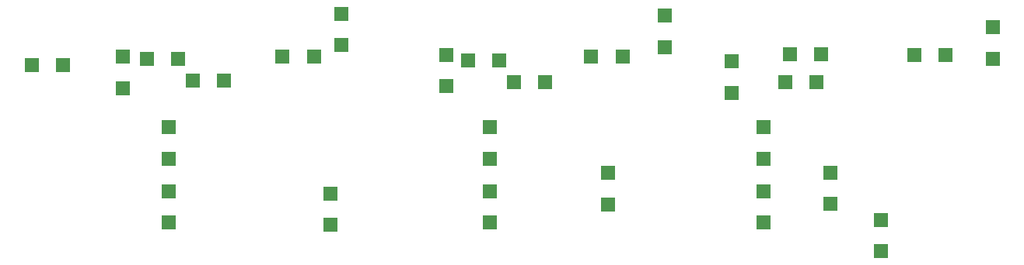
<source format=gbp>
G04 Layer_Color=128*
%FSLAX23Y23*%
%MOIN*%
G70*
G01*
G75*
%ADD12R,0.064X0.064*%
%ADD13R,0.064X0.064*%
D12*
X6452Y5816D02*
D03*
Y5950D02*
D03*
Y5540D02*
D03*
Y5674D02*
D03*
X6956Y5417D02*
D03*
Y5551D02*
D03*
X5281Y5816D02*
D03*
Y5950D02*
D03*
Y5540D02*
D03*
Y5674D02*
D03*
X5785Y5619D02*
D03*
Y5753D02*
D03*
X3903Y5816D02*
D03*
Y5950D02*
D03*
Y5540D02*
D03*
Y5674D02*
D03*
X4597Y5532D02*
D03*
Y5666D02*
D03*
X7435Y6246D02*
D03*
Y6380D02*
D03*
X6029Y6430D02*
D03*
Y6296D02*
D03*
X4643Y6438D02*
D03*
Y6304D02*
D03*
X6316Y6233D02*
D03*
Y6099D02*
D03*
X5092Y6261D02*
D03*
Y6127D02*
D03*
X3706Y6253D02*
D03*
Y6119D02*
D03*
X6740Y5754D02*
D03*
Y5620D02*
D03*
D13*
X3316Y6217D02*
D03*
X3450D02*
D03*
X6699Y6265D02*
D03*
X6565D02*
D03*
X6680Y6143D02*
D03*
X6546D02*
D03*
X7234Y6261D02*
D03*
X7100D02*
D03*
X5320Y6237D02*
D03*
X5186D02*
D03*
X5517Y6143D02*
D03*
X5383D02*
D03*
X5848Y6253D02*
D03*
X5714D02*
D03*
X3943Y6245D02*
D03*
X3809D02*
D03*
X4139Y6150D02*
D03*
X4005D02*
D03*
X4525Y6253D02*
D03*
X4391D02*
D03*
M02*

</source>
